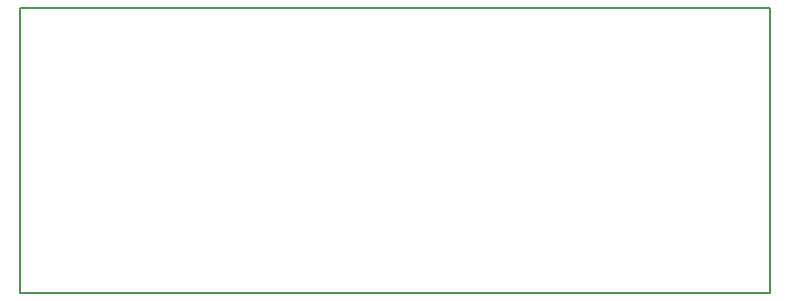
<source format=gbr>
G04 #@! TF.FileFunction,Profile,NP*
%FSLAX46Y46*%
G04 Gerber Fmt 4.6, Leading zero omitted, Abs format (unit mm)*
G04 Created by KiCad (PCBNEW 0.201508080901+6071~28~ubuntu14.04.1-product) date lun 10 ago 2015 21:40:22 CEST*
%MOMM*%
G01*
G04 APERTURE LIST*
%ADD10C,0.200000*%
%ADD11C,0.150000*%
G04 APERTURE END LIST*
D10*
D11*
X87630000Y-87630000D02*
X91440000Y-87630000D01*
X91440000Y-63500000D02*
X87630000Y-63500000D01*
X87630000Y-63500000D02*
X87630000Y-87630000D01*
X151130000Y-63500000D02*
X91440000Y-63500000D01*
X151130000Y-63500000D02*
X151130000Y-87630000D01*
X91440000Y-87630000D02*
X151130000Y-87630000D01*
M02*

</source>
